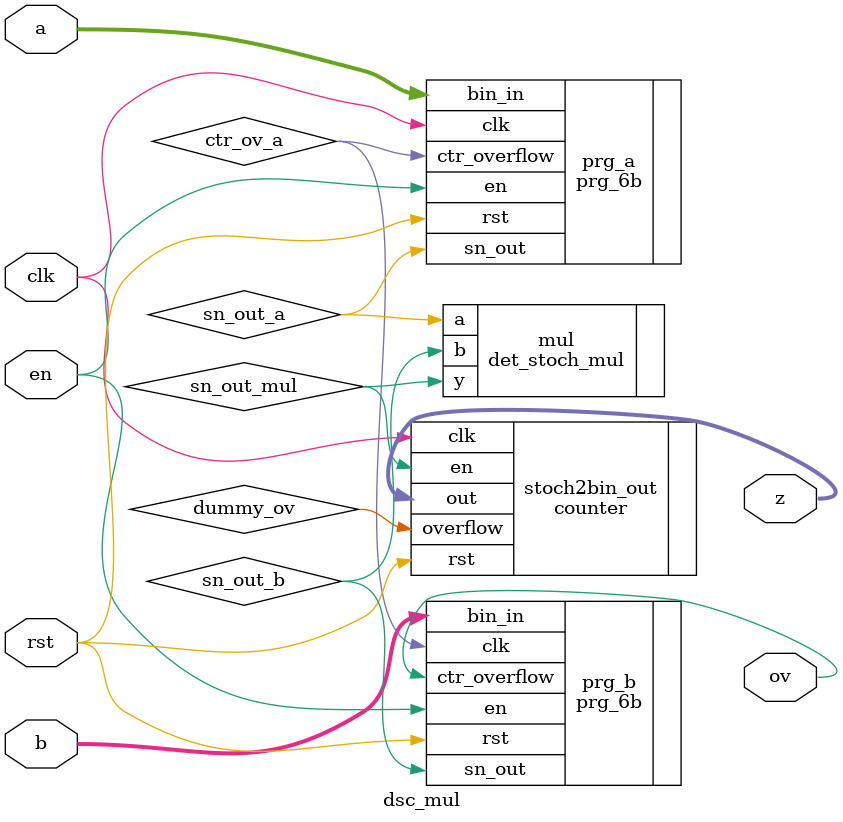
<source format=v>
`timescale 1 ns / 100 ps

`define SNG_WIDTH 6


module dsc_mul (
    a,
    b,
    z,
    clk,
    rst,
    en,
    ov);

   input [`SNG_WIDTH-1:0]        a,b;
   input                       clk,rst;
   input                       en;
   output [(2*`SNG_WIDTH)-1:0] z;
   output                      ov;
   

   wire                        sn_out_a,sn_out_b,sn_out_mul;
   wire                        ctr_ov_a,ctr_ov_b;
   wire                        dummy_ov;
   

   //SNG for input A
   prg_6b prg_a (
   .clk(clk),
   .rst(rst),
   .en(en),
   .bin_in(a),
   .sn_out(sn_out_a),
   .ctr_overflow(ctr_ov_a));

   //SNG for input B
   prg_6b prg_b (
   .clk(ctr_ov_a),
   .rst(rst),
   .en(en),
   .bin_in(b),
   .sn_out(sn_out_b),
   .ctr_overflow(ov));

//multiplier circuit
det_stoch_mul mul (
  .a(sn_out_a),
  .b(sn_out_b),
  .y(sn_out_mul)
);

//stoch2bin out
counter #(
  .WIDTH (2*`SNG_WIDTH)
) stoch2bin_out (
  .clk(clk),
  .rst(rst),
  .en(sn_out_mul),
  .out(z),
  .overflow(dummy_ov)
);
   
   
   
endmodule // dsc_mul



               







   
</source>
